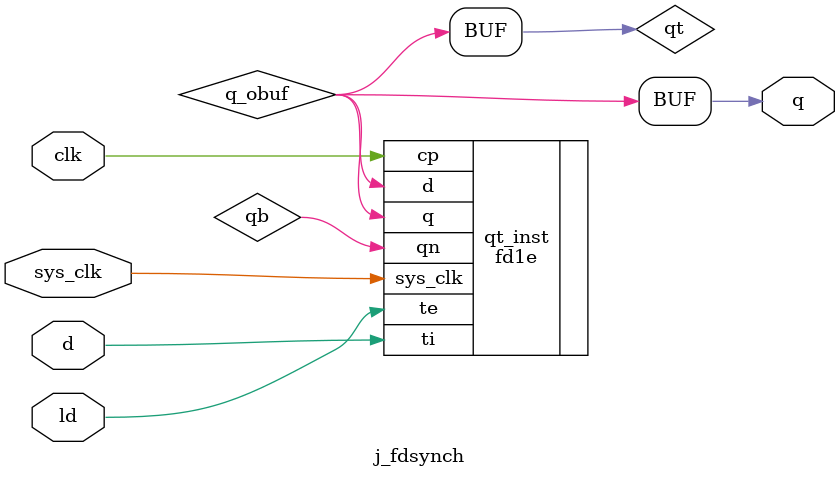
<source format=v>
/* verilator lint_off LITENDIAN */
//`include "defs.v"

module j_fdsynch
(
	output q,
	input d,
	input ld,
	input clk,
	input sys_clk // Generated
);
wire qt;
wire qb;

// Output buffers
wire q_obuf;


// Output buffers
assign q = q_obuf;


// _DUPLO.NET (293) - qt : fd1e
fd1e qt_inst
(
	.q /* OUT */ (qt),
	.qn /* OUT */ (qb),
	.d /* IN */ (q_obuf),
	.cp /* IN */ (clk),
	.ti /* IN */ (d),
	.te /* IN */ (ld),
	.sys_clk(sys_clk) // Generated
);

// _DUPLO.NET (294) - dummy : dummy

// _DUPLO.NET (295) - q : nivh
assign q_obuf = qt;
endmodule
/* verilator lint_on LITENDIAN */

</source>
